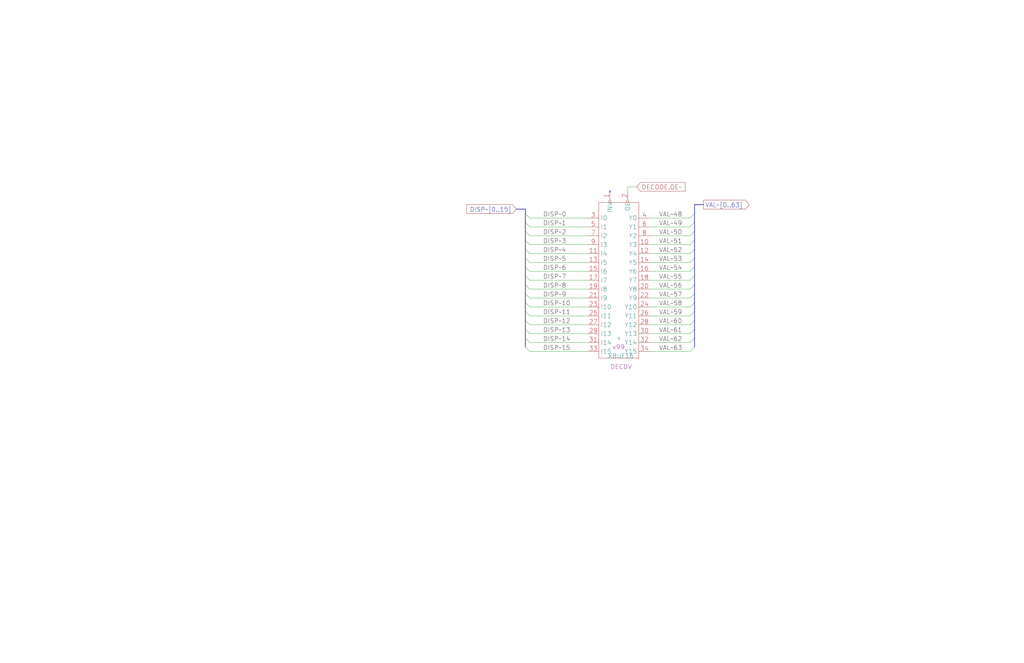
<source format=kicad_sch>
(kicad_sch (version 20220404) (generator eeschema)
  (paper "User" 584.2 378.46)
  (title_block (title "DECODING INSTRUCTION DRIVER") (date "22-MAY-90") (rev "1.0") (comment 1 "SEQUENCER") (comment 2 "232-003064") (comment 3 "S400") (comment 4 "RELEASED"))
  (lib_symbols
    (symbol "r1000:XBUF16" (pin_names (offset 1.016))
      (property "Reference" "U" (at 2.54 5.08 0))
      (property "Value" "XBUF16" (at -3.81 -5.08 0))
      (property "Location" "___" (at -1.27 0 0))
      (property "Name" "______" (at 3.81 -12.7 0))
      (symbol "XBUF16_1_1"
        (rectangle (start -8.89 82.55) (end 13.97 -6.35))
        (circle (center -2.54 83.185) (radius 0.635))
        (circle (center 7.62 83.185) (radius 0.635))
        (pin input line (at -2.54 88.9 270) (length 5.08) (name "INV") (number "1"))
        (pin tri_state line (at 20.32 58.42 180) (length 6.35) (name "Y3") (number "10"))
        (pin input line (at -15.24 53.34 0) (length 6.35) (name "I4") (number "11"))
        (pin tri_state line (at 20.32 53.34 180) (length 6.35) (name "Y4") (number "12"))
        (pin input line (at -15.24 48.26 0) (length 6.35) (name "I5") (number "13"))
        (pin tri_state line (at 20.32 48.26 180) (length 6.35) (name "Y5") (number "14"))
        (pin input line (at -15.24 43.18 0) (length 6.35) (name "I6") (number "15"))
        (pin tri_state line (at 20.32 43.18 180) (length 6.35) (name "Y6") (number "16"))
        (pin input line (at -15.24 38.1 0) (length 6.35) (name "I7") (number "17"))
        (pin tri_state line (at 20.32 38.1 180) (length 6.35) (name "Y7") (number "18"))
        (pin input line (at -15.24 33.02 0) (length 6.35) (name "I8") (number "19"))
        (pin input line (at 7.62 88.9 270) (length 5.08) (name "OE") (number "2"))
        (pin tri_state line (at 20.32 33.02 180) (length 6.35) (name "Y8") (number "20"))
        (pin input line (at -15.24 27.94 0) (length 6.35) (name "I9") (number "21"))
        (pin tri_state line (at 20.32 27.94 180) (length 6.35) (name "Y9") (number "22"))
        (pin input line (at -15.24 22.86 0) (length 6.35) (name "I10") (number "23"))
        (pin tri_state line (at 20.32 22.86 180) (length 6.35) (name "Y10") (number "24"))
        (pin input line (at -15.24 17.78 0) (length 6.35) (name "I11") (number "25"))
        (pin tri_state line (at 20.32 17.78 180) (length 6.35) (name "Y11") (number "26"))
        (pin input line (at -15.24 12.7 0) (length 6.35) (name "I12") (number "27"))
        (pin tri_state line (at 20.32 12.7 180) (length 6.35) (name "Y12") (number "28"))
        (pin input line (at -15.24 7.62 0) (length 6.35) (name "I13") (number "29"))
        (pin input line (at -15.24 73.66 0) (length 6.35) (name "I0") (number "3"))
        (pin tri_state line (at 20.32 7.62 180) (length 6.35) (name "Y13") (number "30"))
        (pin input line (at -15.24 2.54 0) (length 6.35) (name "I14") (number "31"))
        (pin tri_state line (at 20.32 2.54 180) (length 6.35) (name "Y14") (number "32"))
        (pin input line (at -15.24 -2.54 0) (length 6.35) (name "I15") (number "33"))
        (pin tri_state line (at 20.32 -2.54 180) (length 6.35) (name "Y15") (number "34"))
        (pin tri_state line (at 20.32 73.66 180) (length 6.35) (name "Y0") (number "4"))
        (pin input line (at -15.24 68.58 0) (length 6.35) (name "I1") (number "5"))
        (pin tri_state line (at 20.32 68.58 180) (length 6.35) (name "Y1") (number "6"))
        (pin input line (at -15.24 63.5 0) (length 6.35) (name "I2") (number "7"))
        (pin tri_state line (at 20.32 63.5 180) (length 6.35) (name "Y2") (number "8"))
        (pin input line (at -15.24 58.42 0) (length 6.35) (name "I3") (number "9"))
      )
    )
  )
  (no_connect (at 347.98 109.22))
  (bus_entry (at 396.24 172.72) (size -2.54 2.54))
  (bus_entry (at 396.24 132.08) (size -2.54 2.54))
  (bus_entry (at 299.72 177.8) (size 2.54 2.54))
  (bus_entry (at 396.24 142.24) (size -2.54 2.54))
  (bus_entry (at 396.24 147.32) (size -2.54 2.54))
  (bus_entry (at 396.24 177.8) (size -2.54 2.54))
  (bus_entry (at 396.24 137.16) (size -2.54 2.54))
  (bus_entry (at 299.72 182.88) (size 2.54 2.54))
  (bus_entry (at 299.72 193.04) (size 2.54 2.54))
  (bus_entry (at 396.24 162.56) (size -2.54 2.54))
  (bus_entry (at 396.24 127) (size -2.54 2.54))
  (bus_entry (at 299.72 187.96) (size 2.54 2.54))
  (bus_entry (at 299.72 162.56) (size 2.54 2.54))
  (bus_entry (at 299.72 152.4) (size 2.54 2.54))
  (bus_entry (at 299.72 127) (size 2.54 2.54))
  (bus_entry (at 299.72 147.32) (size 2.54 2.54))
  (bus_entry (at 299.72 167.64) (size 2.54 2.54))
  (bus_entry (at 396.24 152.4) (size -2.54 2.54))
  (bus_entry (at 299.72 157.48) (size 2.54 2.54))
  (bus_entry (at 299.72 132.08) (size 2.54 2.54))
  (bus_entry (at 396.24 167.64) (size -2.54 2.54))
  (bus_entry (at 299.72 198.12) (size 2.54 2.54))
  (bus_entry (at 396.24 198.12) (size -2.54 2.54))
  (bus_entry (at 299.72 172.72) (size 2.54 2.54))
  (bus_entry (at 299.72 142.24) (size 2.54 2.54))
  (bus_entry (at 396.24 193.04) (size -2.54 2.54))
  (bus_entry (at 396.24 157.48) (size -2.54 2.54))
  (bus_entry (at 299.72 121.92) (size 2.54 2.54))
  (bus_entry (at 396.24 182.88) (size -2.54 2.54))
  (bus_entry (at 396.24 187.96) (size -2.54 2.54))
  (bus_entry (at 396.24 121.92) (size -2.54 2.54))
  (bus_entry (at 299.72 137.16) (size 2.54 2.54))
  (bus (pts (xy 299.72 152.4) (xy 299.72 157.48)))
  (wire (pts (xy 302.26 160.02) (xy 335.28 160.02)))
  (bus (pts (xy 299.72 119.38) (xy 299.72 121.92)))
  (wire (pts (xy 370.84 129.54) (xy 393.7 129.54)))
  (wire (pts (xy 370.84 154.94) (xy 393.7 154.94)))
  (bus (pts (xy 299.72 187.96) (xy 299.72 193.04)))
  (bus (pts (xy 396.24 116.84) (xy 396.24 121.92)))
  (bus (pts (xy 396.24 177.8) (xy 396.24 182.88)))
  (wire (pts (xy 370.84 200.66) (xy 393.7 200.66)))
  (wire (pts (xy 302.26 154.94) (xy 335.28 154.94)))
  (wire (pts (xy 302.26 180.34) (xy 335.28 180.34)))
  (bus (pts (xy 396.24 142.24) (xy 396.24 147.32)))
  (bus (pts (xy 396.24 127) (xy 396.24 132.08)))
  (bus (pts (xy 299.72 142.24) (xy 299.72 147.32)))
  (wire (pts (xy 370.84 170.18) (xy 393.7 170.18)))
  (bus (pts (xy 299.72 177.8) (xy 299.72 182.88)))
  (wire (pts (xy 302.26 134.62) (xy 335.28 134.62)))
  (wire (pts (xy 302.26 165.1) (xy 335.28 165.1)))
  (bus (pts (xy 299.72 137.16) (xy 299.72 142.24)))
  (bus (pts (xy 299.72 167.64) (xy 299.72 172.72)))
  (bus (pts (xy 396.24 152.4) (xy 396.24 157.48)))
  (wire (pts (xy 302.26 190.5) (xy 335.28 190.5)))
  (bus (pts (xy 294.64 119.38) (xy 299.72 119.38)))
  (wire (pts (xy 370.84 165.1) (xy 393.7 165.1)))
  (wire (pts (xy 302.26 144.78) (xy 335.28 144.78)))
  (wire (pts (xy 302.26 139.7) (xy 335.28 139.7)))
  (bus (pts (xy 396.24 193.04) (xy 396.24 198.12)))
  (wire (pts (xy 370.84 149.86) (xy 393.7 149.86)))
  (bus (pts (xy 396.24 121.92) (xy 396.24 127)))
  (bus (pts (xy 396.24 172.72) (xy 396.24 177.8)))
  (bus (pts (xy 396.24 132.08) (xy 396.24 137.16)))
  (wire (pts (xy 370.84 185.42) (xy 393.7 185.42)))
  (bus (pts (xy 299.72 157.48) (xy 299.72 162.56)))
  (wire (pts (xy 302.26 195.58) (xy 335.28 195.58)))
  (bus (pts (xy 299.72 127) (xy 299.72 132.08)))
  (wire (pts (xy 302.26 170.18) (xy 335.28 170.18)))
  (wire (pts (xy 302.26 185.42) (xy 335.28 185.42)))
  (bus (pts (xy 299.72 147.32) (xy 299.72 152.4)))
  (bus (pts (xy 299.72 193.04) (xy 299.72 198.12)))
  (wire (pts (xy 302.26 124.46) (xy 335.28 124.46)))
  (wire (pts (xy 370.84 160.02) (xy 393.7 160.02)))
  (wire (pts (xy 302.26 175.26) (xy 335.28 175.26)))
  (bus (pts (xy 299.72 132.08) (xy 299.72 137.16)))
  (wire (pts (xy 358.14 106.68) (xy 358.14 109.22)))
  (bus (pts (xy 396.24 182.88) (xy 396.24 187.96)))
  (wire (pts (xy 370.84 124.46) (xy 393.7 124.46)))
  (bus (pts (xy 396.24 137.16) (xy 396.24 142.24)))
  (wire (pts (xy 302.26 149.86) (xy 335.28 149.86)))
  (wire (pts (xy 370.84 139.7) (xy 393.7 139.7)))
  (wire (pts (xy 370.84 195.58) (xy 393.7 195.58)))
  (wire (pts (xy 370.84 180.34) (xy 393.7 180.34)))
  (wire (pts (xy 302.26 129.54) (xy 335.28 129.54)))
  (bus (pts (xy 396.24 187.96) (xy 396.24 193.04)))
  (bus (pts (xy 396.24 167.64) (xy 396.24 172.72)))
  (wire (pts (xy 370.84 144.78) (xy 393.7 144.78)))
  (bus (pts (xy 299.72 172.72) (xy 299.72 177.8)))
  (wire (pts (xy 370.84 190.5) (xy 393.7 190.5)))
  (wire (pts (xy 302.26 200.66) (xy 335.28 200.66)))
  (bus (pts (xy 396.24 162.56) (xy 396.24 167.64)))
  (bus (pts (xy 401.32 116.84) (xy 396.24 116.84)))
  (bus (pts (xy 299.72 121.92) (xy 299.72 127)))
  (wire (pts (xy 363.22 106.68) (xy 358.14 106.68)))
  (wire (pts (xy 370.84 175.26) (xy 393.7 175.26)))
  (bus (pts (xy 396.24 157.48) (xy 396.24 162.56)))
  (bus (pts (xy 299.72 182.88) (xy 299.72 187.96)))
  (bus (pts (xy 299.72 162.56) (xy 299.72 167.64)))
  (wire (pts (xy 370.84 134.62) (xy 393.7 134.62)))
  (bus (pts (xy 396.24 147.32) (xy 396.24 152.4)))
  (label "DISP~12" (at 309.88 185.42 0) (effects (font (size 2.54 2.54))))
  (label "DISP~3" (at 309.88 139.7 0) (effects (font (size 2.54 2.54))))
  (label "DISP~8" (at 309.88 165.1 0) (effects (font (size 2.54 2.54))))
  (label "DISP~7" (at 309.88 160.02 0) (effects (font (size 2.54 2.54))))
  (label "DISP~14" (at 309.88 195.58 0) (effects (font (size 2.54 2.54))))
  (label "DISP~13" (at 309.88 190.5 0) (effects (font (size 2.54 2.54))))
  (label "DISP~10" (at 309.88 175.26 0) (effects (font (size 2.54 2.54))))
  (label "VAL~49" (at 375.92 129.54 0) (effects (font (size 2.54 2.54))))
  (label "DISP~2" (at 309.88 134.62 0) (effects (font (size 2.54 2.54))))
  (label "DISP~1" (at 309.88 129.54 0) (effects (font (size 2.54 2.54))))
  (label "VAL~52" (at 375.92 144.78 0) (effects (font (size 2.54 2.54))))
  (label "DISP~6" (at 309.88 154.94 0) (effects (font (size 2.54 2.54))))
  (label "VAL~61" (at 375.92 190.5 0) (effects (font (size 2.54 2.54))))
  (label "DISP~0" (at 309.88 124.46 0) (effects (font (size 2.54 2.54))))
  (label "VAL~59" (at 375.92 180.34 0) (effects (font (size 2.54 2.54))))
  (label "DISP~5" (at 309.88 149.86 0) (effects (font (size 2.54 2.54))))
  (label "VAL~56" (at 375.92 165.1 0) (effects (font (size 2.54 2.54))))
  (label "VAL~54" (at 375.92 154.94 0) (effects (font (size 2.54 2.54))))
  (label "VAL~62" (at 375.92 195.58 0) (effects (font (size 2.54 2.54))))
  (label "DISP~11" (at 309.88 180.34 0) (effects (font (size 2.54 2.54))))
  (label "VAL~53" (at 375.92 149.86 0) (effects (font (size 2.54 2.54))))
  (label "DISP~15" (at 309.88 200.66 0) (effects (font (size 2.54 2.54))))
  (label "DISP~9" (at 309.88 170.18 0) (effects (font (size 2.54 2.54))))
  (label "VAL~60" (at 375.92 185.42 0) (effects (font (size 2.54 2.54))))
  (label "VAL~55" (at 375.92 160.02 0) (effects (font (size 2.54 2.54))))
  (label "DISP~4" (at 309.88 144.78 0) (effects (font (size 2.54 2.54))))
  (label "VAL~48" (at 375.92 124.46 0) (effects (font (size 2.54 2.54))))
  (label "VAL~51" (at 375.92 139.7 0) (effects (font (size 2.54 2.54))))
  (label "VAL~58" (at 375.92 175.26 0) (effects (font (size 2.54 2.54))))
  (label "VAL~57" (at 375.92 170.18 0) (effects (font (size 2.54 2.54))))
  (label "VAL~50" (at 375.92 134.62 0) (effects (font (size 2.54 2.54))))
  (label "VAL~63" (at 375.92 200.66 0) (effects (font (size 2.54 2.54))))
  (global_label "DECODE.OE~" (shape input) (at 363.22 106.68 0) (effects (font (size 2.54 2.54))) (property "Intersheet References" "${INTERSHEET_REFS}" (at 390.906 106.5213 0) (effects (font (size 1.905 1.905)) (justify left))))
  (global_label "DISP~[0..15]" (shape input) (at 294.64 119.38 180) (effects (font (size 2.54 2.54))) (property "Intersheet References" "${INTERSHEET_REFS}" (at 266.2283 119.2213 0) (effects (font (size 1.905 1.905)) (justify right))))
  (global_label "VAL~[0..63]" (shape output) (at 401.32 116.84 0) (effects (font (size 2.54 2.54))) (property "Intersheet References" "${INTERSHEET_REFS}" (at 427.8146 116.6813 0) (effects (font (size 1.905 1.905)) (justify left))))
  (symbol (lib_id "r1000:XBUF16") (at 350.52 198.12 0) (unit 1)
    (default_instance (reference "U") (unit 1) (value "XBUF16") (footprint ""))
    (property "Reference" "U" (at 353.06 193.04 0))
    (property "Value" "XBUF16" (at 346.71 203.2 0) (effects (font (size 2.54 2.54)) (justify left)))
    (property "Location" "x99" (at 349.25 198.12 0) (effects (font (size 2.54 2.54)) (justify left)))
    (property "Name" "DECDV" (at 354.33 210.82 0) (effects (font (size 2.54 2.54)) (justify bottom)))
  )
)
</source>
